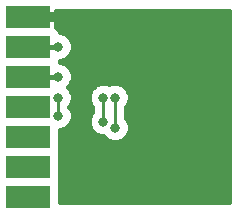
<source format=gbl>
G75*
%MOIN*%
%OFA0B0*%
%FSLAX25Y25*%
%IPPOS*%
%LPD*%
%AMOC8*
5,1,8,0,0,1.08239X$1,22.5*
%
%ADD10R,0.15000X0.07600*%
%ADD11C,0.01600*%
%ADD12C,0.03175*%
%ADD13C,0.01000*%
D10*
X0020500Y0006800D03*
X0020500Y0016800D03*
X0020500Y0026800D03*
X0020500Y0036800D03*
X0020500Y0046800D03*
X0020500Y0056800D03*
X0020500Y0066800D03*
D11*
X0021300Y0067339D02*
X0087300Y0067339D01*
X0087300Y0068600D02*
X0029800Y0068600D01*
X0029800Y0067600D01*
X0021300Y0067600D01*
X0021300Y0066000D01*
X0029800Y0066000D01*
X0029800Y0063318D01*
X0029813Y0063313D01*
X0030713Y0062413D01*
X0031055Y0061587D01*
X0031452Y0061587D01*
X0033212Y0060859D01*
X0034559Y0059512D01*
X0035287Y0057752D01*
X0035287Y0055848D01*
X0034559Y0054088D01*
X0033212Y0052741D01*
X0031452Y0052013D01*
X0031055Y0052013D01*
X0030967Y0051800D01*
X0031055Y0051587D01*
X0031452Y0051587D01*
X0033212Y0050859D01*
X0034559Y0049512D01*
X0035287Y0047752D01*
X0035287Y0045848D01*
X0034559Y0044088D01*
X0033770Y0043300D01*
X0034559Y0042512D01*
X0035287Y0040752D01*
X0035287Y0038848D01*
X0034559Y0037088D01*
X0034270Y0036800D01*
X0034559Y0036512D01*
X0035287Y0034752D01*
X0035287Y0032848D01*
X0034559Y0031088D01*
X0033212Y0029741D01*
X0031452Y0029013D01*
X0031200Y0029013D01*
X0031200Y0022363D01*
X0030967Y0021800D01*
X0031200Y0021237D01*
X0031200Y0012363D01*
X0030967Y0011800D01*
X0031200Y0011237D01*
X0031200Y0005000D01*
X0087300Y0005000D01*
X0087300Y0068600D01*
X0087300Y0065740D02*
X0029800Y0065740D01*
X0029800Y0064142D02*
X0087300Y0064142D01*
X0087300Y0062543D02*
X0030582Y0062543D01*
X0033003Y0060945D02*
X0087300Y0060945D01*
X0087300Y0059346D02*
X0034627Y0059346D01*
X0035287Y0057748D02*
X0087300Y0057748D01*
X0087300Y0056149D02*
X0035287Y0056149D01*
X0034750Y0054551D02*
X0087300Y0054551D01*
X0087300Y0052952D02*
X0033423Y0052952D01*
X0032016Y0051354D02*
X0087300Y0051354D01*
X0087300Y0049755D02*
X0034315Y0049755D01*
X0035120Y0048157D02*
X0087300Y0048157D01*
X0087300Y0046558D02*
X0035287Y0046558D01*
X0034920Y0044960D02*
X0087300Y0044960D01*
X0087300Y0043361D02*
X0052709Y0043361D01*
X0052212Y0043859D02*
X0050452Y0044587D01*
X0048548Y0044587D01*
X0047500Y0044153D01*
X0046452Y0044587D01*
X0044548Y0044587D01*
X0042788Y0043859D01*
X0041441Y0042512D01*
X0040713Y0040752D01*
X0040713Y0038848D01*
X0041441Y0037088D01*
X0041800Y0036730D01*
X0041800Y0034870D01*
X0041441Y0034512D01*
X0040713Y0032752D01*
X0040713Y0030848D01*
X0041441Y0029088D01*
X0042788Y0027741D01*
X0044548Y0027013D01*
X0045517Y0027013D01*
X0046788Y0025741D01*
X0048548Y0025013D01*
X0050452Y0025013D01*
X0052212Y0025741D01*
X0053559Y0027088D01*
X0054287Y0028848D01*
X0054287Y0030752D01*
X0053559Y0032512D01*
X0053200Y0032870D01*
X0053200Y0036730D01*
X0053559Y0037088D01*
X0054287Y0038848D01*
X0054287Y0040752D01*
X0053559Y0042512D01*
X0052212Y0043859D01*
X0053869Y0041763D02*
X0087300Y0041763D01*
X0087300Y0040164D02*
X0054287Y0040164D01*
X0054171Y0038566D02*
X0087300Y0038566D01*
X0087300Y0036967D02*
X0053438Y0036967D01*
X0053200Y0035369D02*
X0087300Y0035369D01*
X0087300Y0033770D02*
X0053200Y0033770D01*
X0053699Y0032172D02*
X0087300Y0032172D01*
X0087300Y0030573D02*
X0054287Y0030573D01*
X0054287Y0028975D02*
X0087300Y0028975D01*
X0087300Y0027376D02*
X0053678Y0027376D01*
X0052248Y0025778D02*
X0087300Y0025778D01*
X0087300Y0024179D02*
X0031200Y0024179D01*
X0031200Y0022581D02*
X0087300Y0022581D01*
X0087300Y0020982D02*
X0031200Y0020982D01*
X0031200Y0019384D02*
X0087300Y0019384D01*
X0087300Y0017785D02*
X0031200Y0017785D01*
X0031200Y0016187D02*
X0087300Y0016187D01*
X0087300Y0014588D02*
X0031200Y0014588D01*
X0031200Y0012990D02*
X0087300Y0012990D01*
X0087300Y0011391D02*
X0031136Y0011391D01*
X0031200Y0009793D02*
X0087300Y0009793D01*
X0087300Y0008194D02*
X0031200Y0008194D01*
X0031200Y0006596D02*
X0087300Y0006596D01*
X0046752Y0025778D02*
X0031200Y0025778D01*
X0031200Y0027376D02*
X0043670Y0027376D01*
X0041555Y0028975D02*
X0031200Y0028975D01*
X0034044Y0030573D02*
X0040826Y0030573D01*
X0040713Y0032172D02*
X0035007Y0032172D01*
X0035287Y0033770D02*
X0041134Y0033770D01*
X0041800Y0035369D02*
X0035032Y0035369D01*
X0034438Y0036967D02*
X0041562Y0036967D01*
X0040829Y0038566D02*
X0035171Y0038566D01*
X0035287Y0040164D02*
X0040713Y0040164D01*
X0041131Y0041763D02*
X0034869Y0041763D01*
X0033832Y0043361D02*
X0042291Y0043361D01*
X0030500Y0046800D02*
X0020500Y0046800D01*
X0020500Y0056800D02*
X0030500Y0056800D01*
D12*
X0030500Y0056800D03*
X0030500Y0046800D03*
X0030500Y0039800D03*
X0030500Y0033800D03*
X0045500Y0031800D03*
X0049500Y0029800D03*
X0049500Y0039800D03*
X0045500Y0039800D03*
X0058500Y0044300D03*
X0080500Y0039300D03*
X0080500Y0035800D03*
X0086500Y0044300D03*
X0063000Y0063300D03*
X0063000Y0066800D03*
D13*
X0049500Y0039800D02*
X0049500Y0029800D01*
X0045500Y0031800D02*
X0045500Y0039800D01*
X0030500Y0039800D02*
X0030500Y0033800D01*
M02*

</source>
